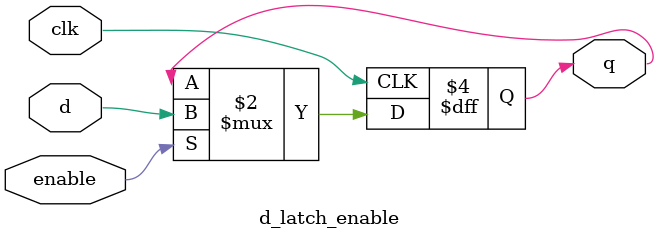
<source format=v>
module d_latch_enable(
		input d,
		input clk,
		input enable,
		output reg q
);
		
		always @(posedge clk) begin
			if(enable) q <= d;
		end
		
endmodule
		
</source>
